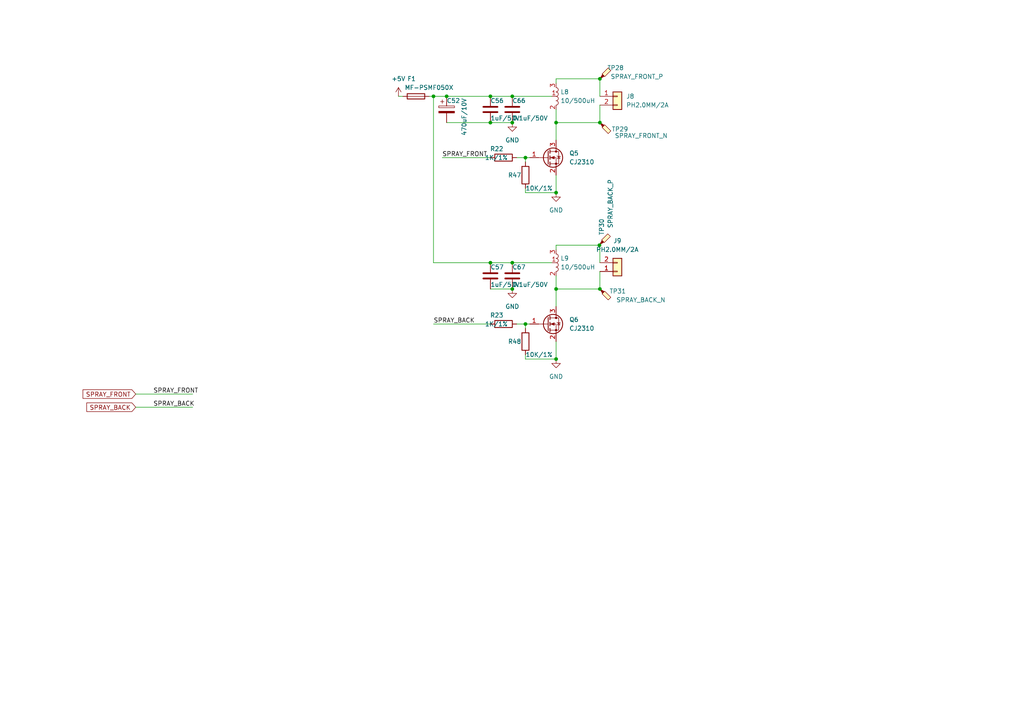
<source format=kicad_sch>
(kicad_sch (version 20231120) (generator "eeschema") (generator_version "8.0")
  (paper "A4")
  (lib_symbols
    (symbol "Connector:TestPoint_Probe" (pin_numbers hide) (pin_names (offset 0.762) hide)
      (property "Reference" "TP" (at 1.651 5.842 0))
      (property "Value" "TestPoint_Probe" (at 1.651 4.064 0))
      (symbol "TestPoint_Probe_0_1"
        (polyline (pts (xy 1.27 0.762) (xy 0 0) (xy 0.762 1.27) (xy 1.27 0.762)) (fill (type outline)))
        (polyline (pts (xy 1.397 0.635) (xy 0.635 1.397) (xy 2.413 3.175) (xy 3.175 2.413) (xy 1.397 0.635)) (fill (type background)))
      )
      (symbol "TestPoint_Probe_1_1"
        (pin passive line (at 0 0 90) (length 0) (name "1") (number "1"))
      )
    )
    (symbol "Connector_Generic:Conn_01x02" (pin_names (offset 1.016) hide)
      (property "Reference" "J" (at 0 2.54 0))
      (property "Value" "Conn_01x02" (at 0 -5.08 0))
      (symbol "Conn_01x02_1_1"
        (rectangle (start -1.27 -2.413) (end 0 -2.667) (stroke (width 0.1524)))
        (rectangle (start -1.27 0.127) (end 0 -0.127) (stroke (width 0.1524)))
        (rectangle (start -1.27 1.27) (end 1.27 -3.81) (stroke (width 0.254)) (fill (type background)))
        (pin passive line (at -5.08 0 0) (length 3.81) (name "Pin_1") (number "1"))
        (pin passive line (at -5.08 -2.54 0) (length 3.81) (name "Pin_2") (number "2"))
      )
    )
    (symbol "Device:C" (pin_numbers hide) (pin_names (offset 0.254))
      (property "Reference" "C" (at 0.635 2.54 0))
      (property "Value" "C" (at 0.635 -2.54 0))
      (symbol "C_0_1"
        (polyline (pts (xy -2.032 -0.762) (xy 2.032 -0.762)) (stroke (width 0.508)))
        (polyline (pts (xy -2.032 0.762) (xy 2.032 0.762)) (stroke (width 0.508)))
      )
      (symbol "C_1_1"
        (pin passive line (at 0 3.81 270) (length 2.794) (name "~") (number "1"))
        (pin passive line (at 0 -3.81 90) (length 2.794) (name "~") (number "2"))
      )
    )
    (symbol "Device:C_Polarized" (pin_numbers hide) (pin_names (offset 0.254))
      (property "Reference" "C" (at 0.635 2.54 0))
      (property "Value" "C_Polarized" (at 0.635 -2.54 0))
      (symbol "C_Polarized_0_1"
        (rectangle (start -2.286 0.508) (end 2.286 1.016))
        (polyline (pts (xy -1.778 2.286) (xy -0.762 2.286)))
        (polyline (pts (xy -1.27 2.794) (xy -1.27 1.778)))
        (rectangle (start 2.286 -0.508) (end -2.286 -1.016) (fill (type outline)))
      )
      (symbol "C_Polarized_1_1"
        (pin passive line (at 0 3.81 270) (length 2.794) (name "~") (number "1"))
        (pin passive line (at 0 -3.81 90) (length 2.794) (name "~") (number "2"))
      )
    )
    (symbol "Device:Fuse" (pin_numbers hide) (pin_names (offset 0))
      (property "Reference" "F" (at 2.032 0 90))
      (property "Value" "Fuse" (at -1.905 0 90))
      (symbol "Fuse_0_1"
        (rectangle (start -0.762 -2.54) (end 0.762 2.54) (stroke (width 0.254)))
        (polyline (pts (xy 0 2.54) (xy 0 -2.54)))
      )
      (symbol "Fuse_1_1"
        (pin passive line (at 0 3.81 270) (length 1.27) (name "~") (number "1"))
        (pin passive line (at 0 -3.81 90) (length 1.27) (name "~") (number "2"))
      )
    )
    (symbol "Device:Q_NMOS_GSD" (pin_names (offset 0) hide)
      (property "Reference" "Q" (at 5.08 1.27 0))
      (property "Value" "Q_NMOS_GSD" (at 5.08 -1.27 0))
      (symbol "Q_NMOS_GSD_0_1"
        (polyline (pts (xy 0.254 0) (xy -2.54 0)))
        (polyline (pts (xy 0.254 1.905) (xy 0.254 -1.905)) (stroke (width 0.254)))
        (polyline (pts (xy 0.762 -1.27) (xy 0.762 -2.286)) (stroke (width 0.254)))
        (polyline (pts (xy 0.762 0.508) (xy 0.762 -0.508)) (stroke (width 0.254)))
        (polyline (pts (xy 0.762 2.286) (xy 0.762 1.27)) (stroke (width 0.254)))
        (polyline (pts (xy 2.54 2.54) (xy 2.54 1.778)))
        (polyline (pts (xy 2.54 -2.54) (xy 2.54 0) (xy 0.762 0)))
        (polyline (pts (xy 0.762 -1.778) (xy 3.302 -1.778) (xy 3.302 1.778) (xy 0.762 1.778)))
        (polyline (pts (xy 1.016 0) (xy 2.032 0.381) (xy 2.032 -0.381) (xy 1.016 0)) (fill (type outline)))
        (polyline (pts (xy 2.794 0.508) (xy 2.921 0.381) (xy 3.683 0.381) (xy 3.81 0.254)))
        (polyline (pts (xy 3.302 0.381) (xy 2.921 -0.254) (xy 3.683 -0.254) (xy 3.302 0.381)))
        (circle (center 1.651 0) (radius 2.794) (stroke (width 0.254)))
        (circle (center 2.54 -1.778) (radius 0.254) (fill (type outline)))
        (circle (center 2.54 1.778) (radius 0.254) (fill (type outline)))
      )
      (symbol "Q_NMOS_GSD_1_1"
        (pin input line (at -5.08 0 0) (length 2.54) (name "G") (number "1"))
        (pin passive line (at 2.54 -5.08 90) (length 2.54) (name "S") (number "2"))
        (pin passive line (at 2.54 5.08 270) (length 2.54) (name "D") (number "3"))
      )
    )
    (symbol "Device:R" (pin_numbers hide) (pin_names (offset 0))
      (property "Reference" "R" (at 2.032 0 90))
      (property "Value" "R" (at 0 0 90))
      (symbol "R_0_1"
        (rectangle (start -1.016 -2.54) (end 1.016 2.54) (stroke (width 0.254)))
      )
      (symbol "R_1_1"
        (pin passive line (at 0 3.81 270) (length 1.27) (name "~") (number "1"))
        (pin passive line (at 0 -3.81 90) (length 1.27) (name "~") (number "2"))
      )
    )
    (symbol "Ovo_Device:L_Coupled_1213" (pin_names hide)
      (property "Reference" "L" (at 2.54 2.54 0))
      (property "Value" "L_Coupled_1213" (at 10.16 0 0))
      (symbol "L_Coupled_1213_0_1"
        (arc (start 0 -2.54) (mid 0.6323 -1.905) (end 0 -1.27))
        (arc (start 0 -1.27) (mid 0.6323 -0.635) (end 0 0))
        (arc (start 0 0) (mid 0.6323 0.635) (end 0 1.27))
        (arc (start 0 1.27) (mid 0.6323 1.905) (end 0 2.54))
      )
      (symbol "L_Coupled_1213_1_1"
        (pin passive line (at -1.27 0 0) (length 1.27) (name "1") (number "1"))
        (pin passive line (at 0 -3.81 90) (length 1.27) (name "2") (number "2"))
        (pin passive line (at 0 3.81 270) (length 1.27) (name "3") (number "3"))
      )
    )
    (symbol "power:+5V" (power) (pin_names (offset 0))
      (property "Value" "+5V" (at 0 3.556 0))
      (symbol "+5V_0_1"
        (polyline (pts (xy -0.762 1.27) (xy 0 2.54)))
        (polyline (pts (xy 0 0) (xy 0 2.54)))
        (polyline (pts (xy 0 2.54) (xy 0.762 1.27)))
      )
      (symbol "+5V_1_1"
        (pin power_in line (at 0 0 90) (length 0) hide (name "+5V") (number "1"))
      )
    )
    (symbol "power:GND" (power) (pin_names (offset 0))
      (property "Value" "GND" (at 0 -3.81 0))
      (symbol "GND_0_1"
        (polyline (pts (xy 0 0) (xy 0 -1.27) (xy 1.27 -1.27) (xy 0 -2.54) (xy -1.27 -1.27) (xy 0 -1.27)))
      )
      (symbol "GND_1_1"
        (pin power_in line (at 0 0 270) (length 0) hide (name "GND") (number "1"))
      )
    )
  )
  (junction (at 161.29 83.82))
  (junction (at 148.59 27.94))
  (junction (at 148.59 35.56))
  (junction (at 148.59 83.82))
  (junction (at 142.24 35.56))
  (junction (at 161.29 35.56))
  (junction (at 173.99 35.56))
  (junction (at 152.4 45.72))
  (junction (at 161.29 104.14))
  (junction (at 125.73 27.94))
  (junction (at 161.29 55.88))
  (junction (at 152.4 93.98))
  (junction (at 142.24 27.94))
  (junction (at 148.59 76.2))
  (junction (at 173.99 22.86))
  (junction (at 142.24 76.2))
  (junction (at 129.54 27.94))
  (junction (at 173.863 71.12))
  (junction (at 173.99 83.82))
  (wire (pts (xy 129.54 27.94) (xy 142.24 27.94)))
  (wire (pts (xy 173.863 70.993) (xy 173.863 71.12)))
  (wire (pts (xy 161.29 35.56) (xy 161.29 40.64)))
  (wire (pts (xy 124.46 27.94) (xy 125.73 27.94)))
  (wire (pts (xy 149.86 93.98) (xy 152.4 93.98)))
  (wire (pts (xy 152.4 45.72) (xy 152.4 46.99)))
  (wire (pts (xy 152.4 93.98) (xy 153.67 93.98)))
  (wire (pts (xy 142.24 83.82) (xy 148.59 83.82)))
  (wire (pts (xy 115.57 27.94) (xy 116.84 27.94)))
  (wire (pts (xy 129.54 35.56) (xy 142.24 35.56)))
  (wire (pts (xy 149.86 45.72) (xy 152.4 45.72)))
  (wire (pts (xy 161.29 31.75) (xy 161.29 35.56)))
  (wire (pts (xy 39.37 114.3) (xy 55.88 114.3)))
  (wire (pts (xy 142.24 27.94) (xy 148.59 27.94)))
  (wire (pts (xy 152.4 104.14) (xy 152.4 102.87)))
  (wire (pts (xy 152.4 55.88) (xy 152.4 54.61)))
  (wire (pts (xy 173.99 30.48) (xy 173.99 35.56)))
  (wire (pts (xy 128.27 45.72) (xy 142.24 45.72)))
  (wire (pts (xy 142.24 76.2) (xy 148.59 76.2)))
  (wire (pts (xy 142.24 35.56) (xy 148.59 35.56)))
  (wire (pts (xy 173.99 22.86) (xy 173.99 27.94)))
  (wire (pts (xy 125.73 76.2) (xy 142.24 76.2)))
  (wire (pts (xy 125.73 27.94) (xy 129.54 27.94)))
  (wire (pts (xy 161.29 104.14) (xy 152.4 104.14)))
  (wire (pts (xy 161.29 55.88) (xy 152.4 55.88)))
  (wire (pts (xy 173.99 83.82) (xy 161.29 83.82)))
  (wire (pts (xy 125.73 27.94) (xy 125.73 76.2)))
  (wire (pts (xy 161.29 104.14) (xy 161.29 99.06)))
  (wire (pts (xy 173.99 78.74) (xy 173.99 83.82)))
  (wire (pts (xy 39.37 118.11) (xy 55.88 118.11)))
  (wire (pts (xy 161.29 22.86) (xy 161.29 24.13)))
  (wire (pts (xy 148.59 27.94) (xy 160.02 27.94)))
  (wire (pts (xy 161.29 83.82) (xy 161.29 88.9)))
  (wire (pts (xy 173.99 71.12) (xy 173.99 76.2)))
  (wire (pts (xy 173.99 35.56) (xy 161.29 35.56)))
  (wire (pts (xy 148.59 76.2) (xy 160.02 76.2)))
  (wire (pts (xy 161.29 22.86) (xy 173.99 22.86)))
  (wire (pts (xy 125.73 93.98) (xy 142.24 93.98)))
  (wire (pts (xy 161.29 71.12) (xy 161.29 72.39)))
  (wire (pts (xy 173.863 71.12) (xy 173.99 71.12)))
  (wire (pts (xy 152.4 93.98) (xy 152.4 95.25)))
  (wire (pts (xy 161.29 71.12) (xy 173.863 71.12)))
  (wire (pts (xy 161.29 80.01) (xy 161.29 83.82)))
  (wire (pts (xy 152.4 45.72) (xy 153.67 45.72)))
  (wire (pts (xy 161.29 55.88) (xy 161.29 50.8)))
  (label "SPRAY_FRONT" (at 44.45 114.3 0))
  (label "SPRAY_BACK" (at 44.45 118.11 0))
  (label "SPRAY_BACK" (at 125.73 93.98 0))
  (label "SPRAY_FRONT" (at 128.27 45.72 0))
  (global_label "SPRAY_BACK" (shape input) (at 39.37 118.11 180) (property "Intersheetrefs" "${INTERSHEET_REFS}" (effects (hide yes))))
  (global_label "SPRAY_FRONT" (shape input) (at 39.37 114.3 180) (property "Intersheetrefs" "${INTERSHEET_REFS}" (effects (hide yes))))
  (symbol (lib_id "Device:Fuse") (at 120.65 27.94 90) (unit 1)
    (property "Reference" "F1" (at 119.38 22.86 90))
    (property "Value" "MF-PSMF050X" (at 124.46 25.4 90))
    (property "Footprint" "Fuse:Fuse_0805_2012Metric" (effects (hide yes)))
  )
  (symbol (lib_id "Connector_Generic:Conn_01x02") (at 179.07 78.74 0) (mirror x) (unit 1)
    (property "Reference" "J9" (at 179.07 69.85 0))
    (property "Value" "PH2.0MM/2A" (at 179.07 72.39 0))
    (property "Footprint" "Connector_JST:JST_PH_B2B-PH-K_1x02_P2.00mm_Vertical" (effects (hide yes)))
  )
  (symbol (lib_id "power:+5V") (at 115.57 27.94 0) (unit 1)
    (property "Reference" "#PWR0187" (effects (hide yes)))
    (property "Value" "+5V" (at 115.57 22.86 0))
  )
  (symbol (lib_id "Connector:TestPoint_Probe") (at 173.99 83.82 270) (unit 1)
    (property "Reference" "TP31" (at 181.61 84.455 90) (effects (justify right)))
    (property "Value" "SPRAY_BACK_N" (at 193.04 86.995 90) (effects (justify right)))
    (property "Footprint" "TestPoint:TestPoint_Pad_D1.0mm" (effects (hide yes)))
  )
  (symbol (lib_id "Device:Q_NMOS_GSD") (at 158.75 93.98 0) (unit 1)
    (property "Reference" "Q6" (at 165.1 92.7099 0) (effects (justify left)))
    (property "Value" "CJ2310" (at 165.1 95.2499 0) (effects (justify left)))
    (property "Footprint" "Package_TO_SOT_SMD:SOT-23" (effects (hide yes)))
  )
  (symbol (lib_id "Device:R") (at 152.4 50.8 0) (unit 1)
    (property "Reference" "R47" (at 147.32 50.8 0) (effects (justify left)))
    (property "Value" "10K/1%" (at 152.4 54.61 0) (effects (justify left)))
    (property "Footprint" "Resistor_SMD:R_0603_1608Metric" (effects (hide yes)))
  )
  (symbol (lib_id "Device:C_Polarized") (at 129.54 31.75 0) (unit 1)
    (property "Reference" "C52" (at 129.54 29.21 0) (effects (justify left)))
    (property "Value" "470uF/10V" (at 134.62 39.37 90) (effects (justify left)))
    (property "Footprint" "Capacitor_THT:CP_Radial_D6.3mm_P2.50mm" (effects (hide yes)))
  )
  (symbol (lib_id "Connector:TestPoint_Probe") (at 173.863 70.993 0) (unit 1)
    (property "Reference" "TP30" (at 174.498 63.373 90) (effects (justify right)))
    (property "Value" "SPRAY_BACK_P" (at 177.038 51.943 90) (effects (justify right)))
    (property "Footprint" "TestPoint:TestPoint_Pad_D1.0mm" (effects (hide yes)))
  )
  (symbol (lib_id "Ovo_Device:L_Coupled_1213") (at 161.29 76.2 0) (unit 1)
    (property "Reference" "L9" (at 162.56 74.9299 0) (effects (justify left)))
    (property "Value" "10/500uH" (at 162.56 77.4699 0) (effects (justify left)))
    (property "Footprint" "Ovo_Inductor_Boost:L_WLJ_CD0805" (effects (hide yes)))
  )
  (symbol (lib_id "Device:C") (at 142.24 80.01 0) (unit 1)
    (property "Reference" "C57" (at 142.24 77.47 0) (effects (justify left)))
    (property "Value" "1uF/50V" (at 142.24 82.55 0) (effects (justify left)))
    (property "Footprint" "Capacitor_SMD:C_0603_1608Metric" (effects (hide yes)))
  )
  (symbol (lib_id "Connector:TestPoint_Probe") (at 173.99 22.86 0) (unit 1)
    (property "Reference" "TP28" (at 180.975 19.685 0) (effects (justify right)))
    (property "Value" "SPRAY_FRONT_P" (at 192.405 22.225 0) (effects (justify right)))
    (property "Footprint" "TestPoint:TestPoint_Pad_D1.0mm" (effects (hide yes)))
  )
  (symbol (lib_id "Device:R") (at 146.05 93.98 90) (unit 1)
    (property "Reference" "R23" (at 146.05 91.44 90) (effects (justify left)))
    (property "Value" "1K/1%" (at 147.32 93.98 90) (effects (justify left)))
    (property "Footprint" "Resistor_SMD:R_0603_1608Metric" (effects (hide yes)))
  )
  (symbol (lib_id "Device:C") (at 148.59 80.01 0) (unit 1)
    (property "Reference" "C67" (at 148.59 77.47 0) (effects (justify left)))
    (property "Value" "0.1uF/50V" (at 148.59 82.55 0) (effects (justify left)))
    (property "Footprint" "Capacitor_SMD:C_0603_1608Metric" (effects (hide yes)))
  )
  (symbol (lib_id "Device:Q_NMOS_GSD") (at 158.75 45.72 0) (unit 1)
    (property "Reference" "Q5" (at 165.1 44.4499 0) (effects (justify left)))
    (property "Value" "CJ2310" (at 165.1 46.9899 0) (effects (justify left)))
    (property "Footprint" "Package_TO_SOT_SMD:SOT-23" (effects (hide yes)))
  )
  (symbol (lib_id "power:GND") (at 161.29 55.88 0) (unit 1)
    (property "Reference" "#PWR0188" (effects (hide yes)))
    (property "Value" "GND" (at 161.29 60.96 0))
  )
  (symbol (lib_id "Device:R") (at 146.05 45.72 90) (unit 1)
    (property "Reference" "R22" (at 146.05 43.18 90) (effects (justify left)))
    (property "Value" "1K/1%" (at 147.32 45.72 90) (effects (justify left)))
    (property "Footprint" "Resistor_SMD:R_0603_1608Metric" (effects (hide yes)))
  )
  (symbol (lib_id "Device:C") (at 148.59 31.75 0) (unit 1)
    (property "Reference" "C66" (at 148.59 29.21 0) (effects (justify left)))
    (property "Value" "0.1uF/50V" (at 148.59 34.29 0) (effects (justify left)))
    (property "Footprint" "Capacitor_SMD:C_0603_1608Metric" (effects (hide yes)))
  )
  (symbol (lib_id "Device:C") (at 142.24 31.75 0) (unit 1)
    (property "Reference" "C56" (at 142.24 29.21 0) (effects (justify left)))
    (property "Value" "1uF/50V" (at 142.24 34.29 0) (effects (justify left)))
    (property "Footprint" "Capacitor_SMD:C_0603_1608Metric" (effects (hide yes)))
  )
  (symbol (lib_id "power:GND") (at 148.59 83.82 0) (unit 1)
    (property "Reference" "#PWR0190" (effects (hide yes)))
    (property "Value" "GND" (at 148.59 88.9 0))
  )
  (symbol (lib_id "Connector_Generic:Conn_01x02") (at 179.07 27.94 0) (unit 1)
    (property "Reference" "J8" (at 181.61 27.9399 0) (effects (justify left)))
    (property "Value" "PH2.0MM/2A" (at 181.61 30.4799 0) (effects (justify left)))
    (property "Footprint" "Connector_JST:JST_PH_B2B-PH-K_1x02_P2.00mm_Vertical" (effects (hide yes)))
  )
  (symbol (lib_id "Ovo_Device:L_Coupled_1213") (at 161.29 27.94 0) (unit 1)
    (property "Reference" "L8" (at 162.56 26.6699 0) (effects (justify left)))
    (property "Value" "10/500uH" (at 162.56 29.2099 0) (effects (justify left)))
    (property "Footprint" "Ovo_Inductor_Boost:L_WLJ_CD0805" (effects (hide yes)))
  )
  (symbol (lib_id "power:GND") (at 148.59 35.56 0) (unit 1)
    (property "Reference" "#PWR0186" (effects (hide yes)))
    (property "Value" "GND" (at 148.59 40.64 0))
  )
  (symbol (lib_id "Connector:TestPoint_Probe") (at 173.99 35.56 270) (unit 1)
    (property "Reference" "TP29" (at 182.245 37.465 90) (effects (justify right)))
    (property "Value" "SPRAY_FRONT_N" (at 193.675 39.37 90) (effects (justify right)))
    (property "Footprint" "TestPoint:TestPoint_Pad_D1.0mm" (effects (hide yes)))
  )
  (symbol (lib_id "Device:R") (at 152.4 99.06 0) (unit 1)
    (property "Reference" "R48" (at 147.32 99.06 0) (effects (justify left)))
    (property "Value" "10K/1%" (at 152.4 102.87 0) (effects (justify left)))
    (property "Footprint" "Resistor_SMD:R_0603_1608Metric" (effects (hide yes)))
  )
  (symbol (lib_id "power:GND") (at 161.29 104.14 0) (unit 1)
    (property "Reference" "#PWR0189" (effects (hide yes)))
    (property "Value" "GND" (at 161.29 109.22 0))
  )
)
</source>
